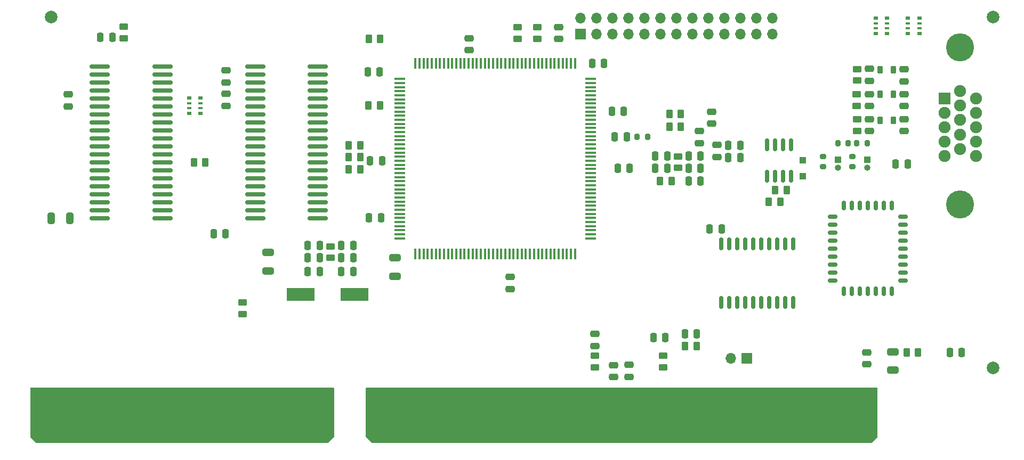
<source format=gbr>
%TF.GenerationSoftware,KiCad,Pcbnew,8.0.5-dirty*%
%TF.CreationDate,2024-11-25T07:18:35-08:00*%
%TF.ProjectId,nightshade,6e696768-7473-4686-9164-652e6b696361,rev?*%
%TF.SameCoordinates,Original*%
%TF.FileFunction,Soldermask,Top*%
%TF.FilePolarity,Negative*%
%FSLAX46Y46*%
G04 Gerber Fmt 4.6, Leading zero omitted, Abs format (unit mm)*
G04 Created by KiCad (PCBNEW 8.0.5-dirty) date 2024-11-25 07:18:35*
%MOMM*%
%LPD*%
G01*
G04 APERTURE LIST*
G04 Aperture macros list*
%AMRoundRect*
0 Rectangle with rounded corners*
0 $1 Rounding radius*
0 $2 $3 $4 $5 $6 $7 $8 $9 X,Y pos of 4 corners*
0 Add a 4 corners polygon primitive as box body*
4,1,4,$2,$3,$4,$5,$6,$7,$8,$9,$2,$3,0*
0 Add four circle primitives for the rounded corners*
1,1,$1+$1,$2,$3*
1,1,$1+$1,$4,$5*
1,1,$1+$1,$6,$7*
1,1,$1+$1,$8,$9*
0 Add four rect primitives between the rounded corners*
20,1,$1+$1,$2,$3,$4,$5,0*
20,1,$1+$1,$4,$5,$6,$7,0*
20,1,$1+$1,$6,$7,$8,$9,0*
20,1,$1+$1,$8,$9,$2,$3,0*%
G04 Aperture macros list end*
%ADD10RoundRect,0.250000X0.250000X0.475000X-0.250000X0.475000X-0.250000X-0.475000X0.250000X-0.475000X0*%
%ADD11RoundRect,0.250000X-0.475000X0.250000X-0.475000X-0.250000X0.475000X-0.250000X0.475000X0.250000X0*%
%ADD12RoundRect,0.250000X-0.250000X-0.475000X0.250000X-0.475000X0.250000X0.475000X-0.250000X0.475000X0*%
%ADD13RoundRect,0.250000X-0.650000X0.325000X-0.650000X-0.325000X0.650000X-0.325000X0.650000X0.325000X0*%
%ADD14RoundRect,0.250000X0.325000X0.650000X-0.325000X0.650000X-0.325000X-0.650000X0.325000X-0.650000X0*%
%ADD15RoundRect,0.250000X0.475000X-0.250000X0.475000X0.250000X-0.475000X0.250000X-0.475000X-0.250000X0*%
%ADD16R,1.000000X1.000000*%
%ADD17RoundRect,0.218750X0.218750X0.381250X-0.218750X0.381250X-0.218750X-0.381250X0.218750X-0.381250X0*%
%ADD18R,1.780000X7.620000*%
%ADD19R,1.700000X1.700000*%
%ADD20O,1.700000X1.700000*%
%ADD21RoundRect,0.249998X-0.450002X0.262502X-0.450002X-0.262502X0.450002X-0.262502X0.450002X0.262502X0*%
%ADD22RoundRect,0.249998X0.262502X0.450002X-0.262502X0.450002X-0.262502X-0.450002X0.262502X-0.450002X0*%
%ADD23RoundRect,0.250100X0.449900X-0.262400X0.449900X0.262400X-0.449900X0.262400X-0.449900X-0.262400X0*%
%ADD24RoundRect,0.249998X0.450002X-0.262502X0.450002X0.262502X-0.450002X0.262502X-0.450002X-0.262502X0*%
%ADD25RoundRect,0.249998X-0.262502X-0.450002X0.262502X-0.450002X0.262502X0.450002X-0.262502X0.450002X0*%
%ADD26RoundRect,0.150000X0.150000X-0.875000X0.150000X0.875000X-0.150000X0.875000X-0.150000X-0.875000X0*%
%ADD27R,4.500000X2.000000*%
%ADD28RoundRect,0.150000X-1.475000X-0.150000X1.475000X-0.150000X1.475000X0.150000X-1.475000X0.150000X0*%
%ADD29C,2.000000*%
%ADD30RoundRect,0.200000X-0.200000X-0.275000X0.200000X-0.275000X0.200000X0.275000X-0.200000X0.275000X0*%
%ADD31RoundRect,0.150000X0.150000X-0.825000X0.150000X0.825000X-0.150000X0.825000X-0.150000X-0.825000X0*%
%ADD32RoundRect,0.200000X-0.275000X0.200000X-0.275000X-0.200000X0.275000X-0.200000X0.275000X0.200000X0*%
%ADD33RoundRect,0.250000X-0.450000X0.262500X-0.450000X-0.262500X0.450000X-0.262500X0.450000X0.262500X0*%
%ADD34R,0.800000X0.500000*%
%ADD35R,0.800000X0.400000*%
%ADD36RoundRect,0.250000X0.262500X0.450000X-0.262500X0.450000X-0.262500X-0.450000X0.262500X-0.450000X0*%
%ADD37O,1.000000X1.000000*%
%ADD38RoundRect,0.100000X0.100000X-0.775000X0.100000X0.775000X-0.100000X0.775000X-0.100000X-0.775000X0*%
%ADD39RoundRect,0.100000X0.775000X-0.100000X0.775000X0.100000X-0.775000X0.100000X-0.775000X-0.100000X0*%
%ADD40RoundRect,0.150000X-0.150000X-0.587500X0.150000X-0.587500X0.150000X0.587500X-0.150000X0.587500X0*%
%ADD41RoundRect,0.150000X-0.587500X-0.150000X0.587500X-0.150000X0.587500X0.150000X-0.587500X0.150000X0*%
%ADD42RoundRect,0.200000X0.200000X0.275000X-0.200000X0.275000X-0.200000X-0.275000X0.200000X-0.275000X0*%
%ADD43C,4.450000*%
%ADD44RoundRect,0.102000X0.847500X-0.847500X0.847500X0.847500X-0.847500X0.847500X-0.847500X-0.847500X0*%
%ADD45C,1.899000*%
G04 APERTURE END LIST*
D10*
%TO.C,C7*%
X176550000Y-104600000D03*
X174650000Y-104600000D03*
%TD*%
D11*
%TO.C,C8*%
X166200000Y-91175000D03*
X166200000Y-93075000D03*
%TD*%
D12*
%TO.C,C9*%
X136100000Y-121500000D03*
X138000000Y-121500000D03*
%TD*%
D10*
%TO.C,C10*%
X177030000Y-108630000D03*
X175130000Y-108630000D03*
%TD*%
D13*
%TO.C,C25*%
X140200000Y-127900000D03*
X140200000Y-130850000D03*
%TD*%
D14*
%TO.C,C23*%
X88575000Y-121600000D03*
X85625000Y-121600000D03*
%TD*%
D12*
%TO.C,C36*%
X181550000Y-113649500D03*
X183450000Y-113649500D03*
%TD*%
%TO.C,C37*%
X186850000Y-113649500D03*
X188750000Y-113649500D03*
%TD*%
%TO.C,C38*%
X126350000Y-127900000D03*
X128250000Y-127900000D03*
%TD*%
%TO.C,C39*%
X131670000Y-127900000D03*
X133570000Y-127900000D03*
%TD*%
%TO.C,C43*%
X181550000Y-111674500D03*
X183450000Y-111674500D03*
%TD*%
%TO.C,C44*%
X186850000Y-111674500D03*
X188750000Y-111674500D03*
%TD*%
%TO.C,C45*%
X126350000Y-125930000D03*
X128250000Y-125930000D03*
%TD*%
%TO.C,C46*%
X131670000Y-125930000D03*
X133570000Y-125930000D03*
%TD*%
%TO.C,C31*%
X228350000Y-142900000D03*
X230250000Y-142900000D03*
%TD*%
%TO.C,C12*%
X131675000Y-130100000D03*
X133575000Y-130100000D03*
%TD*%
%TO.C,C13*%
X126350000Y-130100000D03*
X128250000Y-130100000D03*
%TD*%
D13*
%TO.C,C22*%
X219300000Y-142825000D03*
X219300000Y-145775000D03*
%TD*%
D11*
%TO.C,C24*%
X215125000Y-142925000D03*
X215125000Y-144825000D03*
%TD*%
D15*
%TO.C,C26*%
X215550000Y-107750000D03*
X215550000Y-105850000D03*
%TD*%
%TO.C,C28*%
X215550000Y-103750000D03*
X215550000Y-101850000D03*
%TD*%
%TO.C,C29*%
X215540000Y-99750000D03*
X215540000Y-97850000D03*
%TD*%
%TO.C,C33*%
X221050000Y-107750000D03*
X221050000Y-105850000D03*
%TD*%
%TO.C,C34*%
X221050000Y-103750000D03*
X221050000Y-101850000D03*
%TD*%
%TO.C,C35*%
X221040000Y-99830000D03*
X221040000Y-97930000D03*
%TD*%
%TO.C,C2*%
X113350000Y-99975000D03*
X113350000Y-98075000D03*
%TD*%
D12*
%TO.C,C3*%
X111400000Y-124100000D03*
X113300000Y-124100000D03*
%TD*%
D10*
%TO.C,C1*%
X95300000Y-92800000D03*
X93400000Y-92800000D03*
%TD*%
D11*
%TO.C,C5*%
X113350000Y-101800000D03*
X113350000Y-103700000D03*
%TD*%
%TO.C,C6*%
X88300000Y-101900000D03*
X88300000Y-103800000D03*
%TD*%
D10*
%TO.C,C27*%
X188150000Y-139950000D03*
X186250000Y-139950000D03*
%TD*%
D16*
%TO.C,D1*%
X205000000Y-114900000D03*
X205000000Y-112400000D03*
%TD*%
D17*
%TO.C,FB1*%
X219345000Y-97955000D03*
X217220000Y-97955000D03*
%TD*%
%TO.C,FB2*%
X219360000Y-101860000D03*
X217235000Y-101860000D03*
%TD*%
%TO.C,FB3*%
X219362500Y-106000000D03*
X217237500Y-106000000D03*
%TD*%
D18*
%TO.C,J2*%
X214350000Y-152310000D03*
X211810000Y-152310000D03*
X209270000Y-152310000D03*
X206730000Y-152310000D03*
X204190000Y-152310000D03*
X201650000Y-152310000D03*
X199110000Y-152310000D03*
X196570000Y-152310000D03*
X194030000Y-152310000D03*
X191490000Y-152310000D03*
X188950000Y-152310000D03*
X186410000Y-152310000D03*
X183870000Y-152310000D03*
X181330000Y-152310000D03*
X178790000Y-152310000D03*
X176250000Y-152310000D03*
X173710000Y-152310000D03*
X171170000Y-152310000D03*
X168630000Y-152310000D03*
X166090000Y-152310000D03*
X163550000Y-152310000D03*
X161010000Y-152310000D03*
X158470000Y-152310000D03*
X155930000Y-152310000D03*
X153390000Y-152310000D03*
X150850000Y-152310000D03*
X148310000Y-152310000D03*
X145770000Y-152310000D03*
X143230000Y-152310000D03*
X140690000Y-152310000D03*
X138150000Y-152310000D03*
X127990000Y-152310000D03*
X125450000Y-152310000D03*
X122910000Y-152310000D03*
X120370000Y-152310000D03*
X117830000Y-152310000D03*
X115290000Y-152310000D03*
X112750000Y-152310000D03*
X110210000Y-152310000D03*
X107670000Y-152310000D03*
X105130000Y-152310000D03*
X102590000Y-152310000D03*
X100050000Y-152310000D03*
X97510000Y-152310000D03*
X94970000Y-152310000D03*
X92430000Y-152310000D03*
X89890000Y-152310000D03*
X87350000Y-152310000D03*
X84810000Y-152310000D03*
%TD*%
D19*
%TO.C,JP3*%
X196100000Y-143900000D03*
D20*
X193560000Y-143900000D03*
%TD*%
D21*
%TO.C,R27*%
X185150000Y-111762000D03*
X185150000Y-113587000D03*
%TD*%
%TO.C,R28*%
X129960000Y-126075000D03*
X129960000Y-127900000D03*
%TD*%
D22*
%TO.C,R15*%
X201412500Y-119000000D03*
X199587500Y-119000000D03*
%TD*%
%TO.C,R14*%
X202412500Y-117100000D03*
X200587500Y-117100000D03*
%TD*%
D23*
%TO.C,R29*%
X97100000Y-92987500D03*
D24*
X97100000Y-91162500D03*
%TD*%
D25*
%TO.C,R19*%
X186287500Y-141900000D03*
X188112500Y-141900000D03*
%TD*%
D26*
%TO.C,U6*%
X192070000Y-134950000D03*
X193340000Y-134950000D03*
X194610000Y-134950000D03*
X195880000Y-134950000D03*
X197150000Y-134950000D03*
X198420000Y-134950000D03*
X199690000Y-134950000D03*
X200960000Y-134950000D03*
X202230000Y-134950000D03*
X203500000Y-134950000D03*
X203500000Y-125650000D03*
X202230000Y-125650000D03*
X200960000Y-125650000D03*
X199690000Y-125650000D03*
X198420000Y-125650000D03*
X197150000Y-125650000D03*
X195880000Y-125650000D03*
X194610000Y-125650000D03*
X193340000Y-125650000D03*
X192070000Y-125650000D03*
%TD*%
D27*
%TO.C,Y1*%
X133750000Y-133700000D03*
X125250000Y-133700000D03*
%TD*%
D25*
%TO.C,R26*%
X182325000Y-115649500D03*
X184150000Y-115649500D03*
%TD*%
D21*
%TO.C,R23*%
X116000000Y-134987500D03*
X116000000Y-136812500D03*
%TD*%
D28*
%TO.C,U2*%
X118000000Y-97472000D03*
X118000000Y-98740000D03*
X118000000Y-100010000D03*
X118000000Y-101280000D03*
X118000000Y-102550000D03*
X118000000Y-103820000D03*
X118000000Y-105090000D03*
X118000000Y-106360000D03*
X118000000Y-107630000D03*
X118000000Y-108900000D03*
X118000000Y-110170000D03*
X118000000Y-111440000D03*
X118000000Y-112710000D03*
X118000000Y-113980000D03*
X118000000Y-115250000D03*
X118000000Y-116520000D03*
X118000000Y-117790000D03*
X118000000Y-119060000D03*
X118000000Y-120330000D03*
X118000000Y-121600000D03*
X127970000Y-121600000D03*
X127970000Y-120330000D03*
X127970000Y-119060000D03*
X127970000Y-117790000D03*
X127970000Y-116520000D03*
X127970000Y-115250000D03*
X127970000Y-113980000D03*
X127970000Y-112710000D03*
X127970000Y-111440000D03*
X127970000Y-110170000D03*
X127970000Y-108900000D03*
X127970000Y-107630000D03*
X127970000Y-106360000D03*
X127970000Y-105090000D03*
X127970000Y-103820000D03*
X127970000Y-102550000D03*
X127970000Y-101280000D03*
X127970000Y-100010000D03*
X127970000Y-98740000D03*
X127970000Y-97470000D03*
%TD*%
%TO.C,U3*%
X93330000Y-97472000D03*
X93330000Y-98740000D03*
X93330000Y-100010000D03*
X93330000Y-101280000D03*
X93330000Y-102550000D03*
X93330000Y-103820000D03*
X93330000Y-105090000D03*
X93330000Y-106360000D03*
X93330000Y-107630000D03*
X93330000Y-108900000D03*
X93330000Y-110170000D03*
X93330000Y-111440000D03*
X93330000Y-112710000D03*
X93330000Y-113980000D03*
X93330000Y-115250000D03*
X93330000Y-116520000D03*
X93330000Y-117790000D03*
X93330000Y-119060000D03*
X93330000Y-120330000D03*
X93330000Y-121600000D03*
X103300000Y-121600000D03*
X103300000Y-120330000D03*
X103300000Y-119060000D03*
X103300000Y-117790000D03*
X103300000Y-116520000D03*
X103300000Y-115250000D03*
X103300000Y-113980000D03*
X103300000Y-112710000D03*
X103300000Y-111440000D03*
X103300000Y-110170000D03*
X103300000Y-108900000D03*
X103300000Y-107630000D03*
X103300000Y-106360000D03*
X103300000Y-105090000D03*
X103300000Y-103820000D03*
X103300000Y-102550000D03*
X103300000Y-101280000D03*
X103300000Y-100010000D03*
X103300000Y-98740000D03*
X103300000Y-97470000D03*
%TD*%
D10*
%TO.C,C40*%
X188750000Y-115649500D03*
X186850000Y-115649500D03*
%TD*%
D12*
%TO.C,C42*%
X190175000Y-123325000D03*
X192075000Y-123325000D03*
%TD*%
D13*
%TO.C,C30*%
X120100000Y-127025000D03*
X120100000Y-129975000D03*
%TD*%
D24*
%TO.C,R16*%
X213600000Y-107712500D03*
X213600000Y-105887500D03*
%TD*%
%TO.C,R17*%
X213550000Y-103725000D03*
X213550000Y-101900000D03*
%TD*%
%TO.C,R18*%
X213590000Y-99712500D03*
X213590000Y-97887500D03*
%TD*%
D29*
%TO.C,FID1*%
X235250000Y-89600000D03*
%TD*%
%TO.C,FID2*%
X235250000Y-145400000D03*
%TD*%
%TO.C,FID3*%
X85600000Y-89600000D03*
%TD*%
D30*
%TO.C,R11*%
X178657500Y-108620000D03*
X180307500Y-108620000D03*
%TD*%
D10*
%TO.C,C15*%
X183150000Y-140600000D03*
X181250000Y-140600000D03*
%TD*%
D11*
%TO.C,C16*%
X172000000Y-140000000D03*
X172000000Y-141900000D03*
%TD*%
D15*
%TO.C,C19*%
X191350000Y-111850000D03*
X191350000Y-109950000D03*
%TD*%
D10*
%TO.C,C20*%
X195050000Y-111975000D03*
X193150000Y-111975000D03*
%TD*%
%TO.C,C21*%
X195050000Y-110000000D03*
X193150000Y-110000000D03*
%TD*%
D24*
%TO.C,R12*%
X172000000Y-145300000D03*
X172000000Y-143475000D03*
%TD*%
%TO.C,R13*%
X182800000Y-145275000D03*
X182800000Y-143450000D03*
%TD*%
D15*
%TO.C,C17*%
X174910000Y-146845000D03*
X174910000Y-144945000D03*
%TD*%
%TO.C,C18*%
X177350000Y-146800000D03*
X177350000Y-144900000D03*
%TD*%
D22*
%TO.C,R3*%
X134712500Y-113800000D03*
X132887500Y-113800000D03*
%TD*%
%TO.C,R4*%
X134712500Y-111900000D03*
X132887500Y-111900000D03*
%TD*%
%TO.C,R5*%
X110112500Y-112700000D03*
X108287500Y-112700000D03*
%TD*%
%TO.C,R6*%
X137862500Y-93050000D03*
X136037500Y-93050000D03*
%TD*%
%TO.C,R7*%
X137825000Y-103625000D03*
X136000000Y-103625000D03*
%TD*%
%TO.C,R8*%
X134712500Y-110000000D03*
X132887500Y-110000000D03*
%TD*%
%TO.C,R9*%
X185612500Y-105050000D03*
X183787500Y-105050000D03*
%TD*%
%TO.C,R10*%
X185612500Y-107000000D03*
X183787500Y-107000000D03*
%TD*%
D31*
%TO.C,U4*%
X199295000Y-114875000D03*
X200565000Y-114875000D03*
X201835000Y-114875000D03*
X203105000Y-114875000D03*
X203105000Y-109925000D03*
X201835000Y-109925000D03*
X200565000Y-109925000D03*
X199295000Y-109925000D03*
%TD*%
D32*
%TO.C,R24*%
X208200000Y-111775000D03*
X208200000Y-113425000D03*
%TD*%
D19*
%TO.C,J1*%
X169685000Y-92340000D03*
D20*
X169685000Y-89800000D03*
X172225000Y-92340000D03*
X172225000Y-89800000D03*
X174765000Y-92340000D03*
X174765000Y-89800000D03*
X177305000Y-92340000D03*
X177305000Y-89800000D03*
X179845000Y-92340000D03*
X179845000Y-89800000D03*
X182385000Y-92340000D03*
X182385000Y-89800000D03*
X184925000Y-92340000D03*
X184925000Y-89800000D03*
X187465000Y-92340000D03*
X187465000Y-89800000D03*
X190005000Y-92340000D03*
X190005000Y-89800000D03*
X192545000Y-92340000D03*
X192545000Y-89800000D03*
X195085000Y-92340000D03*
X195085000Y-89800000D03*
X197625000Y-92340000D03*
X197625000Y-89800000D03*
X200165000Y-92340000D03*
X200165000Y-89800000D03*
%TD*%
D33*
%TO.C,R1*%
X162800000Y-91212500D03*
X162800000Y-93037500D03*
%TD*%
D10*
%TO.C,C41*%
X221650000Y-113000000D03*
X219750000Y-113000000D03*
%TD*%
D34*
%TO.C,RN1*%
X218400000Y-92200000D03*
D35*
X218400000Y-91400000D03*
X218400000Y-90600000D03*
D34*
X218400000Y-89800000D03*
X216600000Y-89800000D03*
D35*
X216600000Y-90600000D03*
X216600000Y-91400000D03*
D34*
X216600000Y-92200000D03*
%TD*%
D12*
%TO.C,C32*%
X175575000Y-113650000D03*
X177475000Y-113650000D03*
%TD*%
D33*
%TO.C,R2*%
X159700000Y-91212500D03*
X159700000Y-93037500D03*
%TD*%
D36*
%TO.C,R22*%
X223312500Y-142900000D03*
X221487500Y-142900000D03*
%TD*%
D34*
%TO.C,RN2*%
X223500000Y-92200000D03*
D35*
X223500000Y-91400000D03*
X223500000Y-90600000D03*
D34*
X223500000Y-89800000D03*
X221700000Y-89800000D03*
D35*
X221700000Y-90600000D03*
X221700000Y-91400000D03*
D34*
X221700000Y-92200000D03*
%TD*%
D16*
%TO.C,JP2*%
X215200000Y-112300000D03*
D37*
X215200000Y-113570000D03*
%TD*%
D10*
%TO.C,C4*%
X137800000Y-98325000D03*
X135900000Y-98325000D03*
%TD*%
D32*
%TO.C,R25*%
X212900000Y-111775000D03*
X212900000Y-113425000D03*
%TD*%
D12*
%TO.C,C48*%
X171525000Y-96975000D03*
X173425000Y-96975000D03*
%TD*%
D30*
%TO.C,R21*%
X213550000Y-109700000D03*
X215200000Y-109700000D03*
%TD*%
D38*
%TO.C,U1*%
X143450000Y-127250000D03*
X144100000Y-127250000D03*
X144750000Y-127250000D03*
X145400000Y-127250000D03*
X146050000Y-127250000D03*
X146700000Y-127250000D03*
X147350000Y-127250000D03*
X148000000Y-127250000D03*
X148650000Y-127250000D03*
X149300000Y-127250000D03*
X149950000Y-127250000D03*
X150600000Y-127250000D03*
X151250000Y-127250000D03*
X151900000Y-127250000D03*
X152550000Y-127250000D03*
X153200000Y-127250000D03*
X153850000Y-127250000D03*
X154500000Y-127250000D03*
X155150000Y-127250000D03*
X155800000Y-127250000D03*
X156450000Y-127250000D03*
X157100000Y-127250000D03*
X157750000Y-127250000D03*
X158400000Y-127250000D03*
X159050000Y-127250000D03*
X159700000Y-127250000D03*
X160350000Y-127250000D03*
X161000000Y-127250000D03*
X161650000Y-127250000D03*
X162300000Y-127250000D03*
X162950000Y-127250000D03*
X163600000Y-127250000D03*
X164250000Y-127250000D03*
X164900000Y-127250000D03*
X165550000Y-127250000D03*
X166200000Y-127250000D03*
X166850000Y-127250000D03*
X167500000Y-127250000D03*
X168150000Y-127250000D03*
X168800000Y-127250000D03*
D39*
X171250000Y-124800000D03*
X171250000Y-124150000D03*
X171250000Y-123500000D03*
X171250000Y-122850000D03*
X171250000Y-122200000D03*
X171250000Y-121550000D03*
X171250000Y-120900000D03*
X171250000Y-120250000D03*
X171250000Y-119600000D03*
X171250000Y-118950000D03*
X171250000Y-118300000D03*
X171250000Y-117650000D03*
X171250000Y-117000000D03*
X171250000Y-116350000D03*
X171250000Y-115700000D03*
X171250000Y-115050000D03*
X171250000Y-114400000D03*
X171250000Y-113750000D03*
X171250000Y-113100000D03*
X171250000Y-112450000D03*
X171250000Y-111800000D03*
X171250000Y-111150000D03*
X171250000Y-110500000D03*
X171250000Y-109850000D03*
X171250000Y-109200000D03*
X171250000Y-108550000D03*
X171250000Y-107900000D03*
X171250000Y-107250000D03*
X171250000Y-106600000D03*
X171250000Y-105950000D03*
X171250000Y-105300000D03*
X171250000Y-104650000D03*
X171250000Y-104000000D03*
X171250000Y-103350000D03*
X171250000Y-102700000D03*
X171250000Y-102050000D03*
X171250000Y-101400000D03*
X171250000Y-100750000D03*
X171250000Y-100100000D03*
X171250000Y-99450000D03*
D38*
X168800000Y-97000000D03*
X168150000Y-97000000D03*
X167500000Y-97000000D03*
X166850000Y-97000000D03*
X166200000Y-97000000D03*
X165550000Y-97000000D03*
X164900000Y-97000000D03*
X164250000Y-97000000D03*
X163600000Y-97000000D03*
X162950000Y-97000000D03*
X162300000Y-97000000D03*
X161650000Y-97000000D03*
X161000000Y-97000000D03*
X160350000Y-97000000D03*
X159700000Y-97000000D03*
X159050000Y-97000000D03*
X158400000Y-97000000D03*
X157750000Y-97000000D03*
X157100000Y-97000000D03*
X156450000Y-97000000D03*
X155800000Y-97000000D03*
X155150000Y-97000000D03*
X154500000Y-97000000D03*
X153850000Y-97000000D03*
X153200000Y-97000000D03*
X152550000Y-97000000D03*
X151900000Y-97000000D03*
X151250000Y-97000000D03*
X150600000Y-97000000D03*
X149950000Y-97000000D03*
X149300000Y-97000000D03*
X148650000Y-97000000D03*
X148000000Y-97000000D03*
X147350000Y-97000000D03*
X146700000Y-97000000D03*
X146050000Y-97000000D03*
X145400000Y-97000000D03*
X144750000Y-97000000D03*
X144100000Y-97000000D03*
X143450000Y-97000000D03*
D39*
X141000000Y-99450000D03*
X141000000Y-100100000D03*
X141000000Y-100750000D03*
X141000000Y-101400000D03*
X141000000Y-102050000D03*
X141000000Y-102700000D03*
X141000000Y-103350000D03*
X141000000Y-104000000D03*
X141000000Y-104650000D03*
X141000000Y-105300000D03*
X141000000Y-105950000D03*
X141000000Y-106600000D03*
X141000000Y-107250000D03*
X141000000Y-107900000D03*
X141000000Y-108550000D03*
X141000000Y-109200000D03*
X141000000Y-109850000D03*
X141000000Y-110500000D03*
X141000000Y-111150000D03*
X141000000Y-111800000D03*
X141000000Y-112450000D03*
X141000000Y-113100000D03*
X141000000Y-113750000D03*
X141000000Y-114400000D03*
X141000000Y-115050000D03*
X141000000Y-115700000D03*
X141000000Y-116350000D03*
X141000000Y-117000000D03*
X141000000Y-117650000D03*
X141000000Y-118300000D03*
X141000000Y-118950000D03*
X141000000Y-119600000D03*
X141000000Y-120250000D03*
X141000000Y-120900000D03*
X141000000Y-121550000D03*
X141000000Y-122200000D03*
X141000000Y-122850000D03*
X141000000Y-123500000D03*
X141000000Y-124150000D03*
X141000000Y-124800000D03*
%TD*%
D16*
%TO.C,JP1*%
X210600000Y-112300000D03*
D37*
X210600000Y-113570000D03*
%TD*%
D40*
%TO.C,U5*%
X215300000Y-119562500D03*
X214030000Y-119562500D03*
X212760000Y-119562500D03*
X211490000Y-119562500D03*
D41*
X209737500Y-121320000D03*
X209737500Y-122590000D03*
X209737500Y-123860000D03*
X209737500Y-125130000D03*
X209737500Y-126400000D03*
X209737500Y-127670000D03*
X209737500Y-128940000D03*
X209737500Y-130210000D03*
X209737500Y-131480000D03*
D40*
X211490000Y-133237500D03*
X212760000Y-133237500D03*
X214030000Y-133237500D03*
X215300000Y-133237500D03*
X216570000Y-133237500D03*
X217840000Y-133237500D03*
X219110000Y-133237500D03*
D41*
X220862500Y-131480000D03*
X220862500Y-130210000D03*
X220862500Y-128940000D03*
X220862500Y-127670000D03*
X220862500Y-126400000D03*
X220862500Y-125130000D03*
X220862500Y-123860000D03*
X220862500Y-122590000D03*
X220862500Y-121320000D03*
D40*
X219110000Y-119562500D03*
X217840000Y-119562500D03*
X216570000Y-119562500D03*
%TD*%
D11*
%TO.C,C49*%
X158500000Y-130925000D03*
X158500000Y-132825000D03*
%TD*%
D10*
%TO.C,C47*%
X138150000Y-112500000D03*
X136250000Y-112500000D03*
%TD*%
D42*
%TO.C,R20*%
X212200000Y-109700000D03*
X210550000Y-109700000D03*
%TD*%
D34*
%TO.C,RN3*%
X109300000Y-104900000D03*
D35*
X109300000Y-104100000D03*
X109300000Y-103300000D03*
D34*
X109300000Y-102500000D03*
X107500000Y-102500000D03*
D35*
X107500000Y-103300000D03*
X107500000Y-104100000D03*
D34*
X107500000Y-104900000D03*
%TD*%
D11*
%TO.C,C11*%
X190500000Y-104650000D03*
X190500000Y-106550000D03*
%TD*%
%TO.C,C14*%
X188520000Y-107750000D03*
X188520000Y-109650000D03*
%TD*%
D15*
%TO.C,C50*%
X151950000Y-94875000D03*
X151950000Y-92975000D03*
%TD*%
D43*
%TO.C,J3*%
X230000000Y-119395000D03*
X230000000Y-94405000D03*
D44*
X227500000Y-102545000D03*
D45*
X227500000Y-104835000D03*
X227500000Y-107125000D03*
X227500000Y-109415000D03*
X227500000Y-111705000D03*
X230000000Y-101400000D03*
X230000000Y-103690000D03*
X230000000Y-105980000D03*
X230000000Y-108270000D03*
X230000000Y-110560000D03*
X232500000Y-102545000D03*
X232500000Y-104835000D03*
X232500000Y-107125000D03*
X232500000Y-109415000D03*
X232500000Y-111705000D03*
%TD*%
G36*
X216817121Y-148520002D02*
G01*
X216863614Y-148573658D01*
X216875000Y-148626000D01*
X216875000Y-156347810D01*
X216854998Y-156415931D01*
X216838095Y-156436905D01*
X215961905Y-157313095D01*
X215899593Y-157347121D01*
X215872810Y-157350000D01*
X136602190Y-157350000D01*
X136534069Y-157329998D01*
X136513095Y-157313095D01*
X135636905Y-156436905D01*
X135602879Y-156374593D01*
X135600000Y-156347810D01*
X135600000Y-148626000D01*
X135620002Y-148557879D01*
X135673658Y-148511386D01*
X135726000Y-148500000D01*
X216749000Y-148500000D01*
X216817121Y-148520002D01*
G37*
G36*
X130467121Y-148520002D02*
G01*
X130513614Y-148573658D01*
X130525000Y-148626000D01*
X130525000Y-156347810D01*
X130504998Y-156415931D01*
X130488095Y-156436905D01*
X129611905Y-157313095D01*
X129549593Y-157347121D01*
X129522810Y-157350000D01*
X83302190Y-157350000D01*
X83234069Y-157329998D01*
X83213095Y-157313095D01*
X82336924Y-156436924D01*
X82302898Y-156374612D01*
X82300019Y-156347782D01*
X82302926Y-148625953D01*
X82322954Y-148557839D01*
X82376627Y-148511367D01*
X82428926Y-148500000D01*
X130399000Y-148500000D01*
X130467121Y-148520002D01*
G37*
M02*

</source>
